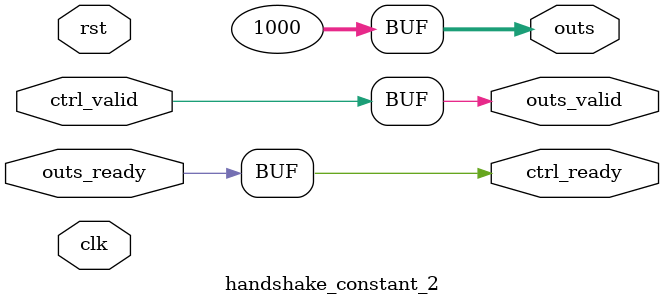
<source format=v>
`timescale 1ns / 1ps
module handshake_constant_2 #(
  parameter DATA_WIDTH = 32  // Default set to 32 bits
) (
  input                       clk,
  input                       rst,
  // Input Channel
  input                       ctrl_valid,
  output                      ctrl_ready,
  // Output Channel
  output [DATA_WIDTH - 1 : 0] outs,
  output                      outs_valid,
  input                       outs_ready
);
  assign outs       = 11'b01111101000;
  assign outs_valid = ctrl_valid;
  assign ctrl_ready = outs_ready;

endmodule

</source>
